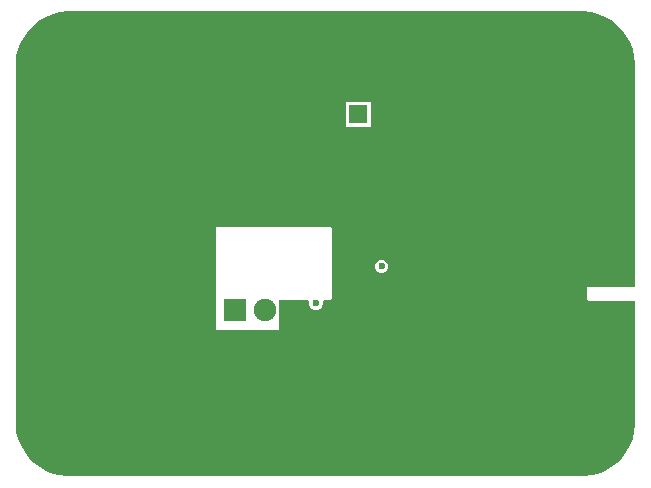
<source format=gbr>
G04*
G04 #@! TF.GenerationSoftware,Altium Limited,Altium Designer,24.4.1 (13)*
G04*
G04 Layer_Physical_Order=3*
G04 Layer_Color=16440176*
%FSLAX25Y25*%
%MOIN*%
G70*
G04*
G04 #@! TF.SameCoordinates,D49A6A7F-BD6C-421B-9F91-F44A7ED913D7*
G04*
G04*
G04 #@! TF.FilePolarity,Positive*
G04*
G01*
G75*
%ADD31C,0.02362*%
%ADD34C,0.07480*%
%ADD35R,0.07480X0.07480*%
%ADD36C,0.06299*%
%ADD37R,0.06299X0.06299*%
%ADD38C,0.23622*%
G36*
X173298Y136275D02*
X175638Y135648D01*
X177876Y134721D01*
X179974Y133510D01*
X181896Y132035D01*
X183609Y130322D01*
X185084Y128400D01*
X186296Y126302D01*
X187223Y124064D01*
X187850Y121723D01*
X188166Y119322D01*
Y118110D01*
Y44754D01*
X172520D01*
X172137Y44595D01*
X171978Y44213D01*
Y40669D01*
X172137Y40287D01*
X172520Y40128D01*
X188166D01*
Y0D01*
Y-1211D01*
X187850Y-3613D01*
X187223Y-5953D01*
X186296Y-8191D01*
X185084Y-10289D01*
X183609Y-12211D01*
X181896Y-13924D01*
X179974Y-15399D01*
X177876Y-16611D01*
X175638Y-17538D01*
X173298Y-18165D01*
X170896Y-18481D01*
X169685D01*
X0Y-18481D01*
X-1211D01*
X-3613Y-18165D01*
X-5953Y-17538D01*
X-8191Y-16611D01*
X-10289Y-15399D01*
X-12211Y-13925D01*
X-13925Y-12212D01*
X-15399Y-10289D01*
X-16611Y-8191D01*
X-17538Y-5953D01*
X-18165Y-3613D01*
X-18481Y-1211D01*
Y0D01*
Y118110D01*
Y119322D01*
X-18165Y121723D01*
X-17538Y124064D01*
X-16611Y126302D01*
X-15399Y128400D01*
X-13925Y130322D01*
X-12212Y132035D01*
X-10289Y133510D01*
X-8191Y134721D01*
X-5953Y135648D01*
X-3613Y136275D01*
X-1211Y136591D01*
X170896D01*
X173298Y136275D01*
D02*
G37*
%LPC*%
G36*
X99919Y106406D02*
X91619D01*
Y98107D01*
X99919D01*
Y106406D01*
D02*
G37*
G36*
X103977Y53677D02*
X103110D01*
X102308Y53345D01*
X101694Y52732D01*
X101362Y51930D01*
Y51062D01*
X101694Y50261D01*
X102308Y49647D01*
X103110Y49315D01*
X103977D01*
X104779Y49647D01*
X105392Y50261D01*
X105724Y51062D01*
Y51930D01*
X105392Y52732D01*
X104779Y53345D01*
X103977Y53677D01*
D02*
G37*
G36*
X86417Y64714D02*
X48819D01*
X48436Y64556D01*
X48278Y64173D01*
Y40945D01*
Y30709D01*
X48436Y30326D01*
X48819Y30167D01*
X68801D01*
X69183Y30326D01*
X69342Y30709D01*
Y40404D01*
X79058D01*
X79512Y39725D01*
Y38857D01*
X79844Y38056D01*
X80457Y37442D01*
X81259Y37110D01*
X82127D01*
X82928Y37442D01*
X83542Y38056D01*
X83874Y38857D01*
Y39725D01*
X84327Y40404D01*
X86417D01*
X86800Y40562D01*
X86958Y40945D01*
Y64173D01*
X86800Y64556D01*
X86417Y64714D01*
D02*
G37*
%LPD*%
D31*
X170606Y45170D02*
D03*
X81693Y39291D02*
D03*
X103543Y51496D02*
D03*
X130475Y15293D02*
D03*
X121459Y-10888D02*
D03*
X59333Y119230D02*
D03*
X26971Y127773D02*
D03*
X10081Y87222D02*
D03*
X-8659Y64387D02*
D03*
X9570Y56907D02*
D03*
X-903Y31671D02*
D03*
X100475Y7812D02*
D03*
X57837Y-7463D02*
D03*
X26459Y1120D02*
D03*
X180751Y88718D02*
D03*
X138861Y111946D02*
D03*
X144255Y53836D02*
D03*
X172522Y69860D02*
D03*
X140475Y73678D02*
D03*
X153507Y90923D02*
D03*
X105039Y123031D02*
D03*
X32083Y25854D02*
D03*
X36020D02*
D03*
X83697Y23295D02*
D03*
X79760D02*
D03*
X68797Y19953D02*
D03*
X49938Y20229D02*
D03*
X44327Y33138D02*
D03*
X54169Y72508D02*
D03*
X44327Y42980D02*
D03*
Y52823D02*
D03*
Y62665D02*
D03*
Y72508D02*
D03*
X173622Y27559D02*
D03*
X177559D02*
D03*
X181496D02*
D03*
X185433D02*
D03*
Y57480D02*
D03*
X181496D02*
D03*
X177559D02*
D03*
X173622D02*
D03*
X68997Y68005D02*
D03*
X111123Y51469D02*
D03*
X117029Y68162D02*
D03*
X75297Y75091D02*
D03*
X117029Y64225D02*
D03*
X116635Y57768D02*
D03*
X112812Y38233D02*
D03*
X116932Y39666D02*
D03*
X121294D02*
D03*
X125656D02*
D03*
X130019D02*
D03*
X134381D02*
D03*
X138743D02*
D03*
X143105D02*
D03*
X147467D02*
D03*
X151830D02*
D03*
X156192D02*
D03*
X160554D02*
D03*
X164916D02*
D03*
X169278D02*
D03*
X166266Y45185D02*
D03*
X161904D02*
D03*
X157542D02*
D03*
X153180D02*
D03*
X148818D02*
D03*
X144455D02*
D03*
X140093D02*
D03*
X135731D02*
D03*
X131369D02*
D03*
X127006D02*
D03*
X122644D02*
D03*
X118282D02*
D03*
X114107Y46448D02*
D03*
D34*
X64728Y36925D02*
D03*
D35*
X54728D02*
D03*
D36*
X115454Y102257D02*
D03*
D37*
X95769D02*
D03*
D38*
X169685Y118110D02*
D03*
X0D02*
D03*
Y0D02*
D03*
X169685Y0D02*
D03*
M02*

</source>
